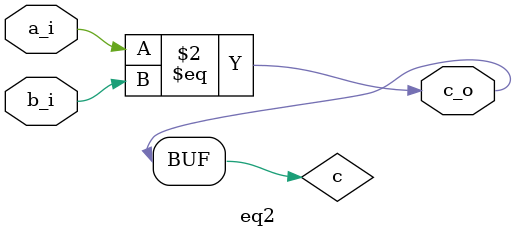
<source format=sv>
module eq2
  (input [0:0] a_i
  ,input [0:0] b_i
  ,output [0:0] c_o);

   // Implement a Two-Input Equality Module (eq2). You must use behavioral verilog.
   // 
   // Your code here:
   logic c;
   always_comb begin
       c = (a_i == b_i);
   end
   assign c_o = c;
   
endmodule

</source>
